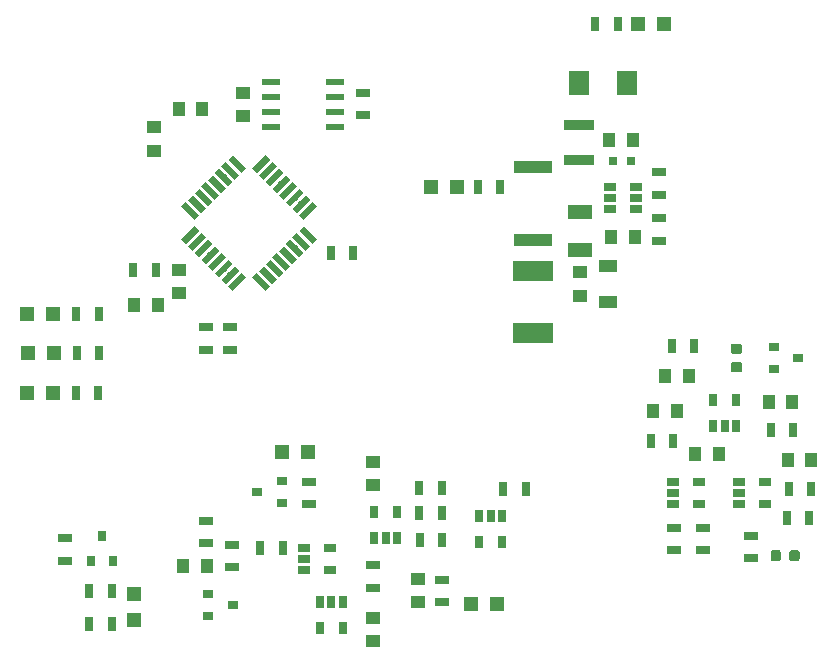
<source format=gtp>
G04 #@! TF.GenerationSoftware,KiCad,Pcbnew,(5.1.4-0-10_14)*
G04 #@! TF.CreationDate,2020-01-14T22:42:26-05:00*
G04 #@! TF.ProjectId,Brakelight_Shutdown_BSPD,4272616b-656c-4696-9768-745f53687574,rev?*
G04 #@! TF.SameCoordinates,Original*
G04 #@! TF.FileFunction,Paste,Top*
G04 #@! TF.FilePolarity,Positive*
%FSLAX46Y46*%
G04 Gerber Fmt 4.6, Leading zero omitted, Abs format (unit mm)*
G04 Created by KiCad (PCBNEW (5.1.4-0-10_14)) date 2020-01-14 22:42:26*
%MOMM*%
%LPD*%
G04 APERTURE LIST*
%ADD10R,0.700000X1.300000*%
%ADD11R,1.200000X1.200000*%
%ADD12R,1.300000X0.700000*%
%ADD13R,1.550000X0.600000*%
%ADD14R,1.250000X1.000000*%
%ADD15C,0.550000*%
%ADD16C,0.100000*%
%ADD17R,1.000000X1.250000*%
%ADD18R,0.800000X0.750000*%
%ADD19R,1.060000X0.650000*%
%ADD20R,3.500000X1.780000*%
%ADD21R,2.000000X1.200000*%
%ADD22R,1.600000X1.000000*%
%ADD23R,3.200000X1.000000*%
%ADD24R,1.778000X2.159000*%
%ADD25R,2.500000X0.900000*%
%ADD26R,0.800000X0.900000*%
%ADD27R,0.650000X1.060000*%
%ADD28R,0.900000X0.800000*%
%ADD29C,0.875000*%
G04 APERTURE END LIST*
D10*
X126052500Y-77863900D03*
X127952500Y-77863900D03*
X128003300Y-74505000D03*
X126103300Y-74505000D03*
D11*
X121940100Y-71191500D03*
X124140100Y-71191500D03*
D10*
X126090600Y-71191500D03*
X127990600Y-71191500D03*
D11*
X121902000Y-77863900D03*
X124102000Y-77863900D03*
X124152800Y-74505000D03*
X121952800Y-74505000D03*
D12*
X150368000Y-54356000D03*
X150368000Y-52456000D03*
D13*
X142550784Y-51596916D03*
X142550784Y-52866916D03*
X142550784Y-54136916D03*
X142550784Y-55406916D03*
X147950784Y-55406916D03*
X147950784Y-54136916D03*
X147950784Y-52866916D03*
X147950784Y-51596916D03*
D14*
X140222000Y-54454000D03*
X140222000Y-52454000D03*
D15*
X145701103Y-62474695D03*
D16*
G36*
X146072334Y-61714555D02*
G01*
X146461243Y-62103464D01*
X145329872Y-63234835D01*
X144940963Y-62845926D01*
X146072334Y-61714555D01*
X146072334Y-61714555D01*
G37*
D15*
X145135417Y-61909010D03*
D16*
G36*
X145506648Y-61148870D02*
G01*
X145895557Y-61537779D01*
X144764186Y-62669150D01*
X144375277Y-62280241D01*
X145506648Y-61148870D01*
X145506648Y-61148870D01*
G37*
D15*
X144569732Y-61343324D03*
D16*
G36*
X144940963Y-60583184D02*
G01*
X145329872Y-60972093D01*
X144198501Y-62103464D01*
X143809592Y-61714555D01*
X144940963Y-60583184D01*
X144940963Y-60583184D01*
G37*
D15*
X144004047Y-60777639D03*
D16*
G36*
X144375278Y-60017499D02*
G01*
X144764187Y-60406408D01*
X143632816Y-61537779D01*
X143243907Y-61148870D01*
X144375278Y-60017499D01*
X144375278Y-60017499D01*
G37*
D15*
X143438361Y-60211953D03*
D16*
G36*
X143809592Y-59451813D02*
G01*
X144198501Y-59840722D01*
X143067130Y-60972093D01*
X142678221Y-60583184D01*
X143809592Y-59451813D01*
X143809592Y-59451813D01*
G37*
D15*
X142872676Y-59646268D03*
D16*
G36*
X143243907Y-58886128D02*
G01*
X143632816Y-59275037D01*
X142501445Y-60406408D01*
X142112536Y-60017499D01*
X143243907Y-58886128D01*
X143243907Y-58886128D01*
G37*
D15*
X142306990Y-59080583D03*
D16*
G36*
X142678221Y-58320443D02*
G01*
X143067130Y-58709352D01*
X141935759Y-59840723D01*
X141546850Y-59451814D01*
X142678221Y-58320443D01*
X142678221Y-58320443D01*
G37*
D15*
X141741305Y-58514897D03*
D16*
G36*
X142112536Y-57754757D02*
G01*
X142501445Y-58143666D01*
X141370074Y-59275037D01*
X140981165Y-58886128D01*
X142112536Y-57754757D01*
X142112536Y-57754757D01*
G37*
D15*
X139690695Y-58514897D03*
D16*
G36*
X138930555Y-58143666D02*
G01*
X139319464Y-57754757D01*
X140450835Y-58886128D01*
X140061926Y-59275037D01*
X138930555Y-58143666D01*
X138930555Y-58143666D01*
G37*
D15*
X139125010Y-59080583D03*
D16*
G36*
X138364870Y-58709352D02*
G01*
X138753779Y-58320443D01*
X139885150Y-59451814D01*
X139496241Y-59840723D01*
X138364870Y-58709352D01*
X138364870Y-58709352D01*
G37*
D15*
X138559324Y-59646268D03*
D16*
G36*
X137799184Y-59275037D02*
G01*
X138188093Y-58886128D01*
X139319464Y-60017499D01*
X138930555Y-60406408D01*
X137799184Y-59275037D01*
X137799184Y-59275037D01*
G37*
D15*
X137993639Y-60211953D03*
D16*
G36*
X137233499Y-59840722D02*
G01*
X137622408Y-59451813D01*
X138753779Y-60583184D01*
X138364870Y-60972093D01*
X137233499Y-59840722D01*
X137233499Y-59840722D01*
G37*
D15*
X137427953Y-60777639D03*
D16*
G36*
X136667813Y-60406408D02*
G01*
X137056722Y-60017499D01*
X138188093Y-61148870D01*
X137799184Y-61537779D01*
X136667813Y-60406408D01*
X136667813Y-60406408D01*
G37*
D15*
X136862268Y-61343324D03*
D16*
G36*
X136102128Y-60972093D02*
G01*
X136491037Y-60583184D01*
X137622408Y-61714555D01*
X137233499Y-62103464D01*
X136102128Y-60972093D01*
X136102128Y-60972093D01*
G37*
D15*
X136296583Y-61909010D03*
D16*
G36*
X135536443Y-61537779D02*
G01*
X135925352Y-61148870D01*
X137056723Y-62280241D01*
X136667814Y-62669150D01*
X135536443Y-61537779D01*
X135536443Y-61537779D01*
G37*
D15*
X135730897Y-62474695D03*
D16*
G36*
X134970757Y-62103464D02*
G01*
X135359666Y-61714555D01*
X136491037Y-62845926D01*
X136102128Y-63234835D01*
X134970757Y-62103464D01*
X134970757Y-62103464D01*
G37*
D15*
X135730897Y-64525305D03*
D16*
G36*
X136102128Y-63765165D02*
G01*
X136491037Y-64154074D01*
X135359666Y-65285445D01*
X134970757Y-64896536D01*
X136102128Y-63765165D01*
X136102128Y-63765165D01*
G37*
D15*
X136296583Y-65090990D03*
D16*
G36*
X136667814Y-64330850D02*
G01*
X137056723Y-64719759D01*
X135925352Y-65851130D01*
X135536443Y-65462221D01*
X136667814Y-64330850D01*
X136667814Y-64330850D01*
G37*
D15*
X136862268Y-65656676D03*
D16*
G36*
X137233499Y-64896536D02*
G01*
X137622408Y-65285445D01*
X136491037Y-66416816D01*
X136102128Y-66027907D01*
X137233499Y-64896536D01*
X137233499Y-64896536D01*
G37*
D15*
X137427953Y-66222361D03*
D16*
G36*
X137799184Y-65462221D02*
G01*
X138188093Y-65851130D01*
X137056722Y-66982501D01*
X136667813Y-66593592D01*
X137799184Y-65462221D01*
X137799184Y-65462221D01*
G37*
D15*
X137993639Y-66788047D03*
D16*
G36*
X138364870Y-66027907D02*
G01*
X138753779Y-66416816D01*
X137622408Y-67548187D01*
X137233499Y-67159278D01*
X138364870Y-66027907D01*
X138364870Y-66027907D01*
G37*
D15*
X138559324Y-67353732D03*
D16*
G36*
X138930555Y-66593592D02*
G01*
X139319464Y-66982501D01*
X138188093Y-68113872D01*
X137799184Y-67724963D01*
X138930555Y-66593592D01*
X138930555Y-66593592D01*
G37*
D15*
X139125010Y-67919417D03*
D16*
G36*
X139496241Y-67159277D02*
G01*
X139885150Y-67548186D01*
X138753779Y-68679557D01*
X138364870Y-68290648D01*
X139496241Y-67159277D01*
X139496241Y-67159277D01*
G37*
D15*
X139690695Y-68485103D03*
D16*
G36*
X140061926Y-67724963D02*
G01*
X140450835Y-68113872D01*
X139319464Y-69245243D01*
X138930555Y-68856334D01*
X140061926Y-67724963D01*
X140061926Y-67724963D01*
G37*
D15*
X141741305Y-68485103D03*
D16*
G36*
X140981165Y-68113872D02*
G01*
X141370074Y-67724963D01*
X142501445Y-68856334D01*
X142112536Y-69245243D01*
X140981165Y-68113872D01*
X140981165Y-68113872D01*
G37*
D15*
X142306990Y-67919417D03*
D16*
G36*
X141546850Y-67548186D02*
G01*
X141935759Y-67159277D01*
X143067130Y-68290648D01*
X142678221Y-68679557D01*
X141546850Y-67548186D01*
X141546850Y-67548186D01*
G37*
D15*
X142872676Y-67353732D03*
D16*
G36*
X142112536Y-66982501D02*
G01*
X142501445Y-66593592D01*
X143632816Y-67724963D01*
X143243907Y-68113872D01*
X142112536Y-66982501D01*
X142112536Y-66982501D01*
G37*
D15*
X143438361Y-66788047D03*
D16*
G36*
X142678221Y-66416816D02*
G01*
X143067130Y-66027907D01*
X144198501Y-67159278D01*
X143809592Y-67548187D01*
X142678221Y-66416816D01*
X142678221Y-66416816D01*
G37*
D15*
X144004047Y-66222361D03*
D16*
G36*
X143243907Y-65851130D02*
G01*
X143632816Y-65462221D01*
X144764187Y-66593592D01*
X144375278Y-66982501D01*
X143243907Y-65851130D01*
X143243907Y-65851130D01*
G37*
D15*
X144569732Y-65656676D03*
D16*
G36*
X143809592Y-65285445D02*
G01*
X144198501Y-64896536D01*
X145329872Y-66027907D01*
X144940963Y-66416816D01*
X143809592Y-65285445D01*
X143809592Y-65285445D01*
G37*
D15*
X145135417Y-65090990D03*
D16*
G36*
X144375277Y-64719759D02*
G01*
X144764186Y-64330850D01*
X145895557Y-65462221D01*
X145506648Y-65851130D01*
X144375277Y-64719759D01*
X144375277Y-64719759D01*
G37*
D15*
X145701103Y-64525305D03*
D16*
G36*
X144940963Y-64154074D02*
G01*
X145329872Y-63765165D01*
X146461243Y-64896536D01*
X146072334Y-65285445D01*
X144940963Y-64154074D01*
X144940963Y-64154074D01*
G37*
D14*
X134738000Y-69461000D03*
X134738000Y-67461000D03*
D17*
X130958934Y-70452717D03*
X132958934Y-70452717D03*
D10*
X149540000Y-66040000D03*
X147640000Y-66040000D03*
D14*
X132689600Y-55388000D03*
X132689600Y-57388000D03*
D10*
X132800434Y-67468217D03*
X130900434Y-67468217D03*
D12*
X137040116Y-74234932D03*
X137040116Y-72334932D03*
D17*
X136740343Y-53851561D03*
X134740343Y-53851561D03*
D12*
X139060674Y-72327860D03*
X139060674Y-74227860D03*
D11*
X173650500Y-46614500D03*
X175850500Y-46614500D03*
D17*
X173369500Y-64686300D03*
X171369500Y-64686300D03*
D18*
X171540000Y-58272800D03*
X173040000Y-58272800D03*
D19*
X173484700Y-62342100D03*
X173484700Y-61392100D03*
X173484700Y-60442100D03*
X171284700Y-60442100D03*
X171284700Y-62342100D03*
X171284700Y-61392100D03*
D20*
X164749500Y-67543800D03*
X164749500Y-72823800D03*
D21*
X168683960Y-62591200D03*
X168683960Y-65791200D03*
D22*
X171099500Y-67162800D03*
X171099500Y-70162800D03*
D23*
X164744420Y-64942700D03*
X164744420Y-58742700D03*
D12*
X175371780Y-65008920D03*
X175371780Y-63108920D03*
D10*
X161950500Y-60414500D03*
X160050500Y-60414500D03*
D14*
X168750000Y-67686800D03*
X168750000Y-69686800D03*
D10*
X170000500Y-46614500D03*
X171900500Y-46614500D03*
D11*
X158300500Y-60414500D03*
X156100500Y-60414500D03*
D12*
X175387020Y-59222720D03*
X175387020Y-61122720D03*
D24*
X172687000Y-51668800D03*
X168623000Y-51668800D03*
D17*
X171199320Y-56466860D03*
X173199320Y-56466860D03*
D25*
X168623000Y-55235300D03*
X168623000Y-58135300D03*
D10*
X127180000Y-94633000D03*
X129080000Y-94633000D03*
D26*
X128257000Y-90027000D03*
X129207000Y-92127000D03*
X127307000Y-92127000D03*
D11*
X130924000Y-94930000D03*
X130924000Y-97130000D03*
D10*
X129080000Y-97427000D03*
X127180000Y-97427000D03*
D12*
X125082000Y-90188000D03*
X125082000Y-92088000D03*
X157068500Y-93728500D03*
X157068500Y-95628500D03*
D27*
X148620500Y-97810500D03*
X146720500Y-97810500D03*
X146720500Y-95610500D03*
X147670500Y-95610500D03*
X148620500Y-95610500D03*
D10*
X143540500Y-91059000D03*
X141640500Y-91059000D03*
D11*
X161681500Y-95758000D03*
X159481500Y-95758000D03*
D14*
X151163000Y-96917000D03*
X151163000Y-98917000D03*
D28*
X141350000Y-86296500D03*
X143450000Y-85346500D03*
X143450000Y-87246500D03*
D11*
X145659000Y-82867500D03*
X143459000Y-82867500D03*
D10*
X162214500Y-86042500D03*
X164114500Y-86042500D03*
X155163500Y-90360500D03*
X157063500Y-90360500D03*
X157027900Y-88074500D03*
X155127900Y-88074500D03*
D12*
X151188400Y-94396600D03*
X151188400Y-92496600D03*
X137066000Y-88712000D03*
X137066000Y-90612000D03*
D10*
X155125400Y-85915500D03*
X157025400Y-85915500D03*
D27*
X162107900Y-90546100D03*
X160207900Y-90546100D03*
X160207900Y-88346100D03*
X161157900Y-88346100D03*
X162107900Y-88346100D03*
D28*
X137247900Y-94909600D03*
X137247900Y-96809600D03*
X139347900Y-95859600D03*
D19*
X145321000Y-91000500D03*
X145321000Y-91950500D03*
X145321000Y-92900500D03*
X147521000Y-92900500D03*
X147521000Y-91000500D03*
D14*
X151226500Y-83725000D03*
X151226500Y-85725000D03*
X154973000Y-93615000D03*
X154973000Y-95615000D03*
D17*
X137113500Y-92583000D03*
X135113500Y-92583000D03*
D27*
X151317900Y-87965100D03*
X153217900Y-87965100D03*
X153217900Y-90165100D03*
X152267900Y-90165100D03*
X151317900Y-90165100D03*
D12*
X145765500Y-87312500D03*
X145765500Y-85412500D03*
X139288500Y-90744000D03*
X139288500Y-92644000D03*
D10*
X176592000Y-81932000D03*
X174692000Y-81932000D03*
D17*
X175912000Y-76434000D03*
X177912000Y-76434000D03*
X180452000Y-83038000D03*
X178452000Y-83038000D03*
X186310000Y-83546000D03*
X188310000Y-83546000D03*
D16*
G36*
X187109191Y-91200053D02*
G01*
X187130426Y-91203203D01*
X187151250Y-91208419D01*
X187171462Y-91215651D01*
X187190868Y-91224830D01*
X187209281Y-91235866D01*
X187226524Y-91248654D01*
X187242430Y-91263070D01*
X187256846Y-91278976D01*
X187269634Y-91296219D01*
X187280670Y-91314632D01*
X187289849Y-91334038D01*
X187297081Y-91354250D01*
X187302297Y-91375074D01*
X187305447Y-91396309D01*
X187306500Y-91417750D01*
X187306500Y-91930250D01*
X187305447Y-91951691D01*
X187302297Y-91972926D01*
X187297081Y-91993750D01*
X187289849Y-92013962D01*
X187280670Y-92033368D01*
X187269634Y-92051781D01*
X187256846Y-92069024D01*
X187242430Y-92084930D01*
X187226524Y-92099346D01*
X187209281Y-92112134D01*
X187190868Y-92123170D01*
X187171462Y-92132349D01*
X187151250Y-92139581D01*
X187130426Y-92144797D01*
X187109191Y-92147947D01*
X187087750Y-92149000D01*
X186650250Y-92149000D01*
X186628809Y-92147947D01*
X186607574Y-92144797D01*
X186586750Y-92139581D01*
X186566538Y-92132349D01*
X186547132Y-92123170D01*
X186528719Y-92112134D01*
X186511476Y-92099346D01*
X186495570Y-92084930D01*
X186481154Y-92069024D01*
X186468366Y-92051781D01*
X186457330Y-92033368D01*
X186448151Y-92013962D01*
X186440919Y-91993750D01*
X186435703Y-91972926D01*
X186432553Y-91951691D01*
X186431500Y-91930250D01*
X186431500Y-91417750D01*
X186432553Y-91396309D01*
X186435703Y-91375074D01*
X186440919Y-91354250D01*
X186448151Y-91334038D01*
X186457330Y-91314632D01*
X186468366Y-91296219D01*
X186481154Y-91278976D01*
X186495570Y-91263070D01*
X186511476Y-91248654D01*
X186528719Y-91235866D01*
X186547132Y-91224830D01*
X186566538Y-91215651D01*
X186586750Y-91208419D01*
X186607574Y-91203203D01*
X186628809Y-91200053D01*
X186650250Y-91199000D01*
X187087750Y-91199000D01*
X187109191Y-91200053D01*
X187109191Y-91200053D01*
G37*
D29*
X186869000Y-91674000D03*
D16*
G36*
X185534191Y-91200053D02*
G01*
X185555426Y-91203203D01*
X185576250Y-91208419D01*
X185596462Y-91215651D01*
X185615868Y-91224830D01*
X185634281Y-91235866D01*
X185651524Y-91248654D01*
X185667430Y-91263070D01*
X185681846Y-91278976D01*
X185694634Y-91296219D01*
X185705670Y-91314632D01*
X185714849Y-91334038D01*
X185722081Y-91354250D01*
X185727297Y-91375074D01*
X185730447Y-91396309D01*
X185731500Y-91417750D01*
X185731500Y-91930250D01*
X185730447Y-91951691D01*
X185727297Y-91972926D01*
X185722081Y-91993750D01*
X185714849Y-92013962D01*
X185705670Y-92033368D01*
X185694634Y-92051781D01*
X185681846Y-92069024D01*
X185667430Y-92084930D01*
X185651524Y-92099346D01*
X185634281Y-92112134D01*
X185615868Y-92123170D01*
X185596462Y-92132349D01*
X185576250Y-92139581D01*
X185555426Y-92144797D01*
X185534191Y-92147947D01*
X185512750Y-92149000D01*
X185075250Y-92149000D01*
X185053809Y-92147947D01*
X185032574Y-92144797D01*
X185011750Y-92139581D01*
X184991538Y-92132349D01*
X184972132Y-92123170D01*
X184953719Y-92112134D01*
X184936476Y-92099346D01*
X184920570Y-92084930D01*
X184906154Y-92069024D01*
X184893366Y-92051781D01*
X184882330Y-92033368D01*
X184873151Y-92013962D01*
X184865919Y-91993750D01*
X184860703Y-91972926D01*
X184857553Y-91951691D01*
X184856500Y-91930250D01*
X184856500Y-91417750D01*
X184857553Y-91396309D01*
X184860703Y-91375074D01*
X184865919Y-91354250D01*
X184873151Y-91334038D01*
X184882330Y-91314632D01*
X184893366Y-91296219D01*
X184906154Y-91278976D01*
X184920570Y-91263070D01*
X184936476Y-91248654D01*
X184953719Y-91235866D01*
X184972132Y-91224830D01*
X184991538Y-91215651D01*
X185011750Y-91208419D01*
X185032574Y-91203203D01*
X185053809Y-91200053D01*
X185075250Y-91199000D01*
X185512750Y-91199000D01*
X185534191Y-91200053D01*
X185534191Y-91200053D01*
G37*
D29*
X185294000Y-91674000D03*
D19*
X176574000Y-85390000D03*
X176574000Y-86340000D03*
X176574000Y-87290000D03*
X178774000Y-87290000D03*
X178774000Y-85390000D03*
D17*
X174896000Y-79432000D03*
X176896000Y-79432000D03*
D10*
X188117400Y-88491300D03*
X186217400Y-88491300D03*
D19*
X182193900Y-85390000D03*
X182193900Y-86340000D03*
X182193900Y-87290000D03*
X184393900Y-87290000D03*
X184393900Y-85390000D03*
D17*
X186710000Y-78670000D03*
X184710000Y-78670000D03*
D10*
X188276000Y-86014800D03*
X186376000Y-86014800D03*
D16*
G36*
X182233691Y-73708053D02*
G01*
X182254926Y-73711203D01*
X182275750Y-73716419D01*
X182295962Y-73723651D01*
X182315368Y-73732830D01*
X182333781Y-73743866D01*
X182351024Y-73756654D01*
X182366930Y-73771070D01*
X182381346Y-73786976D01*
X182394134Y-73804219D01*
X182405170Y-73822632D01*
X182414349Y-73842038D01*
X182421581Y-73862250D01*
X182426797Y-73883074D01*
X182429947Y-73904309D01*
X182431000Y-73925750D01*
X182431000Y-74363250D01*
X182429947Y-74384691D01*
X182426797Y-74405926D01*
X182421581Y-74426750D01*
X182414349Y-74446962D01*
X182405170Y-74466368D01*
X182394134Y-74484781D01*
X182381346Y-74502024D01*
X182366930Y-74517930D01*
X182351024Y-74532346D01*
X182333781Y-74545134D01*
X182315368Y-74556170D01*
X182295962Y-74565349D01*
X182275750Y-74572581D01*
X182254926Y-74577797D01*
X182233691Y-74580947D01*
X182212250Y-74582000D01*
X181699750Y-74582000D01*
X181678309Y-74580947D01*
X181657074Y-74577797D01*
X181636250Y-74572581D01*
X181616038Y-74565349D01*
X181596632Y-74556170D01*
X181578219Y-74545134D01*
X181560976Y-74532346D01*
X181545070Y-74517930D01*
X181530654Y-74502024D01*
X181517866Y-74484781D01*
X181506830Y-74466368D01*
X181497651Y-74446962D01*
X181490419Y-74426750D01*
X181485203Y-74405926D01*
X181482053Y-74384691D01*
X181481000Y-74363250D01*
X181481000Y-73925750D01*
X181482053Y-73904309D01*
X181485203Y-73883074D01*
X181490419Y-73862250D01*
X181497651Y-73842038D01*
X181506830Y-73822632D01*
X181517866Y-73804219D01*
X181530654Y-73786976D01*
X181545070Y-73771070D01*
X181560976Y-73756654D01*
X181578219Y-73743866D01*
X181596632Y-73732830D01*
X181616038Y-73723651D01*
X181636250Y-73716419D01*
X181657074Y-73711203D01*
X181678309Y-73708053D01*
X181699750Y-73707000D01*
X182212250Y-73707000D01*
X182233691Y-73708053D01*
X182233691Y-73708053D01*
G37*
D29*
X181956000Y-74144500D03*
D16*
G36*
X182233691Y-75283053D02*
G01*
X182254926Y-75286203D01*
X182275750Y-75291419D01*
X182295962Y-75298651D01*
X182315368Y-75307830D01*
X182333781Y-75318866D01*
X182351024Y-75331654D01*
X182366930Y-75346070D01*
X182381346Y-75361976D01*
X182394134Y-75379219D01*
X182405170Y-75397632D01*
X182414349Y-75417038D01*
X182421581Y-75437250D01*
X182426797Y-75458074D01*
X182429947Y-75479309D01*
X182431000Y-75500750D01*
X182431000Y-75938250D01*
X182429947Y-75959691D01*
X182426797Y-75980926D01*
X182421581Y-76001750D01*
X182414349Y-76021962D01*
X182405170Y-76041368D01*
X182394134Y-76059781D01*
X182381346Y-76077024D01*
X182366930Y-76092930D01*
X182351024Y-76107346D01*
X182333781Y-76120134D01*
X182315368Y-76131170D01*
X182295962Y-76140349D01*
X182275750Y-76147581D01*
X182254926Y-76152797D01*
X182233691Y-76155947D01*
X182212250Y-76157000D01*
X181699750Y-76157000D01*
X181678309Y-76155947D01*
X181657074Y-76152797D01*
X181636250Y-76147581D01*
X181616038Y-76140349D01*
X181596632Y-76131170D01*
X181578219Y-76120134D01*
X181560976Y-76107346D01*
X181545070Y-76092930D01*
X181530654Y-76077024D01*
X181517866Y-76059781D01*
X181506830Y-76041368D01*
X181497651Y-76021962D01*
X181490419Y-76001750D01*
X181485203Y-75980926D01*
X181482053Y-75959691D01*
X181481000Y-75938250D01*
X181481000Y-75500750D01*
X181482053Y-75479309D01*
X181485203Y-75458074D01*
X181490419Y-75437250D01*
X181497651Y-75417038D01*
X181506830Y-75397632D01*
X181517866Y-75379219D01*
X181530654Y-75361976D01*
X181545070Y-75346070D01*
X181560976Y-75331654D01*
X181578219Y-75318866D01*
X181596632Y-75307830D01*
X181616038Y-75298651D01*
X181636250Y-75291419D01*
X181657074Y-75286203D01*
X181678309Y-75283053D01*
X181699750Y-75282000D01*
X182212250Y-75282000D01*
X182233691Y-75283053D01*
X182233691Y-75283053D01*
G37*
D29*
X181956000Y-75719500D03*
D28*
X185106000Y-73982000D03*
X185106000Y-75882000D03*
X187206000Y-74932000D03*
D12*
X176661800Y-89297600D03*
X176661800Y-91197600D03*
D27*
X180006000Y-78450500D03*
X181906000Y-78450500D03*
X181906000Y-80650500D03*
X180956000Y-80650500D03*
X180006000Y-80650500D03*
D10*
X176506000Y-73894000D03*
X178406000Y-73894000D03*
D12*
X183206000Y-89962000D03*
X183206000Y-91862000D03*
D10*
X184852000Y-81006000D03*
X186752000Y-81006000D03*
D12*
X179138300Y-89300100D03*
X179138300Y-91200100D03*
M02*

</source>
